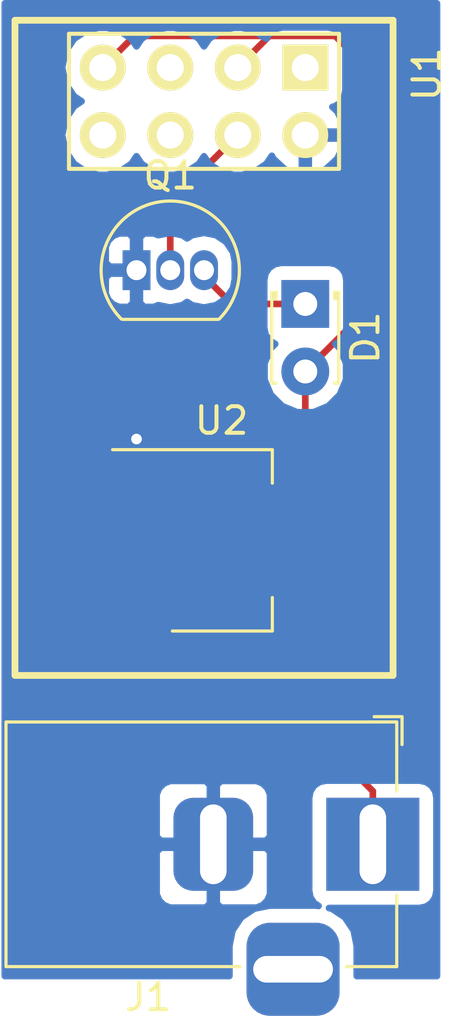
<source format=kicad_pcb>
(kicad_pcb (version 20171130) (host pcbnew 5.0.2+dfsg1-1)

  (general
    (thickness 1.6)
    (drawings 0)
    (tracks 21)
    (zones 0)
    (modules 5)
    (nets 10)
  )

  (page A4)
  (layers
    (0 F.Cu signal)
    (31 B.Cu signal)
    (33 F.Adhes user)
    (35 F.Paste user)
    (37 F.SilkS user)
    (39 F.Mask user)
    (40 Dwgs.User user)
    (41 Cmts.User user)
    (42 Eco1.User user)
    (43 Eco2.User user)
    (44 Edge.Cuts user)
    (45 Margin user)
    (46 B.CrtYd user)
    (47 F.CrtYd user)
    (49 F.Fab user)
  )

  (setup
    (last_trace_width 0.25)
    (trace_clearance 0.2)
    (zone_clearance 0.508)
    (zone_45_only no)
    (trace_min 0.2)
    (segment_width 0.2)
    (edge_width 0.15)
    (via_size 0.8)
    (via_drill 0.4)
    (via_min_size 0.4)
    (via_min_drill 0.3)
    (uvia_size 0.3)
    (uvia_drill 0.1)
    (uvias_allowed no)
    (uvia_min_size 0.2)
    (uvia_min_drill 0.1)
    (pcb_text_width 0.3)
    (pcb_text_size 1.5 1.5)
    (mod_edge_width 0.15)
    (mod_text_size 1 1)
    (mod_text_width 0.15)
    (pad_size 1.524 1.524)
    (pad_drill 0.762)
    (pad_to_mask_clearance 0.051)
    (solder_mask_min_width 0.25)
    (aux_axis_origin 0 0)
    (visible_elements FFFFFF7F)
    (pcbplotparams
      (layerselection 0x010fc_ffffffff)
      (usegerberextensions false)
      (usegerberattributes false)
      (usegerberadvancedattributes false)
      (creategerberjobfile false)
      (excludeedgelayer true)
      (linewidth 0.100000)
      (plotframeref false)
      (viasonmask false)
      (mode 1)
      (useauxorigin false)
      (hpglpennumber 1)
      (hpglpenspeed 20)
      (hpglpendiameter 15.000000)
      (psnegative false)
      (psa4output false)
      (plotreference true)
      (plotvalue true)
      (plotinvisibletext false)
      (padsonsilk false)
      (subtractmaskfromsilk false)
      (outputformat 1)
      (mirror false)
      (drillshape 1)
      (scaleselection 1)
      (outputdirectory ""))
  )

  (net 0 "")
  (net 1 "Net-(Q1-Pad2)")
  (net 2 "Net-(D1-Pad1)")
  (net 3 GND)
  (net 4 +3V3)
  (net 5 +5V)
  (net 6 "Net-(U1-Pad1)")
  (net 7 "Net-(U1-Pad5)")
  (net 8 "Net-(U1-Pad6)")
  (net 9 "Net-(U1-Pad8)")

  (net_class Default "This is the default net class."
    (clearance 0.2)
    (trace_width 0.25)
    (via_dia 0.8)
    (via_drill 0.4)
    (uvia_dia 0.3)
    (uvia_drill 0.1)
    (add_net +3V3)
    (add_net +5V)
    (add_net GND)
    (add_net "Net-(D1-Pad1)")
    (add_net "Net-(Q1-Pad2)")
    (add_net "Net-(U1-Pad1)")
    (add_net "Net-(U1-Pad5)")
    (add_net "Net-(U1-Pad6)")
    (add_net "Net-(U1-Pad8)")
  )

  (module Package_TO_SOT_THT:TO-92_Inline (layer F.Cu) (tedit 5A1DD157) (tstamp 5E2F49AB)
    (at 17.78 22.86)
    (descr "TO-92 leads in-line, narrow, oval pads, drill 0.75mm (see NXP sot054_po.pdf)")
    (tags "to-92 sc-43 sc-43a sot54 PA33 transistor")
    (path /5E17A6D7)
    (fp_text reference Q1 (at 1.27 -3.56) (layer F.SilkS)
      (effects (font (size 1 1) (thickness 0.15)))
    )
    (fp_text value 2N7000 (at 1.27 2.79) (layer F.Fab)
      (effects (font (size 1 1) (thickness 0.15)))
    )
    (fp_text user %R (at 1.27 -3.56) (layer F.Fab)
      (effects (font (size 1 1) (thickness 0.15)))
    )
    (fp_line (start -0.53 1.85) (end 3.07 1.85) (layer F.SilkS) (width 0.12))
    (fp_line (start -0.5 1.75) (end 3 1.75) (layer F.Fab) (width 0.1))
    (fp_line (start -1.46 -2.73) (end 4 -2.73) (layer F.CrtYd) (width 0.05))
    (fp_line (start -1.46 -2.73) (end -1.46 2.01) (layer F.CrtYd) (width 0.05))
    (fp_line (start 4 2.01) (end 4 -2.73) (layer F.CrtYd) (width 0.05))
    (fp_line (start 4 2.01) (end -1.46 2.01) (layer F.CrtYd) (width 0.05))
    (fp_arc (start 1.27 0) (end 1.27 -2.48) (angle 135) (layer F.Fab) (width 0.1))
    (fp_arc (start 1.27 0) (end 1.27 -2.6) (angle -135) (layer F.SilkS) (width 0.12))
    (fp_arc (start 1.27 0) (end 1.27 -2.48) (angle -135) (layer F.Fab) (width 0.1))
    (fp_arc (start 1.27 0) (end 1.27 -2.6) (angle 135) (layer F.SilkS) (width 0.12))
    (pad 2 thru_hole oval (at 1.27 0) (size 1.05 1.5) (drill 0.75) (layers *.Cu *.Mask)
      (net 1 "Net-(Q1-Pad2)"))
    (pad 3 thru_hole oval (at 2.54 0) (size 1.05 1.5) (drill 0.75) (layers *.Cu *.Mask)
      (net 2 "Net-(D1-Pad1)"))
    (pad 1 thru_hole rect (at 0 0) (size 1.05 1.5) (drill 0.75) (layers *.Cu *.Mask)
      (net 3 GND))
    (model ${KISYS3DMOD}/Package_TO_SOT_THT.3dshapes/TO-92_Inline.wrl
      (at (xyz 0 0 0))
      (scale (xyz 1 1 1))
      (rotate (xyz 0 0 0))
    )
  )

  (module Package_TO_SOT_SMD:SOT-223-3_TabPin2 (layer F.Cu) (tedit 5A02FF57) (tstamp 5E2F49C1)
    (at 20.98 33.02)
    (descr "module CMS SOT223 4 pins")
    (tags "CMS SOT")
    (path /5E17A455)
    (attr smd)
    (fp_text reference U2 (at 0 -4.5 180) (layer F.SilkS)
      (effects (font (size 1 1) (thickness 0.15)))
    )
    (fp_text value AMS1117 (at 0 4.5) (layer F.Fab)
      (effects (font (size 1 1) (thickness 0.15)))
    )
    (fp_text user %R (at 0 0 90) (layer F.Fab)
      (effects (font (size 0.8 0.8) (thickness 0.12)))
    )
    (fp_line (start 1.91 3.41) (end 1.91 2.15) (layer F.SilkS) (width 0.12))
    (fp_line (start 1.91 -3.41) (end 1.91 -2.15) (layer F.SilkS) (width 0.12))
    (fp_line (start 4.4 -3.6) (end -4.4 -3.6) (layer F.CrtYd) (width 0.05))
    (fp_line (start 4.4 3.6) (end 4.4 -3.6) (layer F.CrtYd) (width 0.05))
    (fp_line (start -4.4 3.6) (end 4.4 3.6) (layer F.CrtYd) (width 0.05))
    (fp_line (start -4.4 -3.6) (end -4.4 3.6) (layer F.CrtYd) (width 0.05))
    (fp_line (start -1.85 -2.35) (end -0.85 -3.35) (layer F.Fab) (width 0.1))
    (fp_line (start -1.85 -2.35) (end -1.85 3.35) (layer F.Fab) (width 0.1))
    (fp_line (start -1.85 3.41) (end 1.91 3.41) (layer F.SilkS) (width 0.12))
    (fp_line (start -0.85 -3.35) (end 1.85 -3.35) (layer F.Fab) (width 0.1))
    (fp_line (start -4.1 -3.41) (end 1.91 -3.41) (layer F.SilkS) (width 0.12))
    (fp_line (start -1.85 3.35) (end 1.85 3.35) (layer F.Fab) (width 0.1))
    (fp_line (start 1.85 -3.35) (end 1.85 3.35) (layer F.Fab) (width 0.1))
    (pad 2 smd rect (at 3.15 0) (size 2 3.8) (layers F.Cu F.Paste F.Mask)
      (net 4 +3V3))
    (pad 2 smd rect (at -3.15 0) (size 2 1.5) (layers F.Cu F.Paste F.Mask)
      (net 4 +3V3))
    (pad 3 smd rect (at -3.15 2.3) (size 2 1.5) (layers F.Cu F.Paste F.Mask)
      (net 5 +5V))
    (pad 1 smd rect (at -3.15 -2.3) (size 2 1.5) (layers F.Cu F.Paste F.Mask)
      (net 3 GND))
    (model ${KISYS3DMOD}/Package_TO_SOT_SMD.3dshapes/SOT-223.wrl
      (at (xyz 0 0 0))
      (scale (xyz 1 1 1))
      (rotate (xyz 0 0 0))
    )
  )

  (module LED_THT:LED_D1.8mm_W3.3mm_H2.4mm (layer F.Cu) (tedit 5880A862) (tstamp 5E46C816)
    (at 24.13 24.13 270)
    (descr "LED, Round,  Rectangular size 3.3x2.4mm^2 diameter 1.8mm, 2 pins")
    (tags "LED Round  Rectangular size 3.3x2.4mm^2 diameter 1.8mm 2 pins")
    (path /5E17A89D)
    (fp_text reference D1 (at 1.27 -2.26 270) (layer F.SilkS)
      (effects (font (size 1 1) (thickness 0.15)))
    )
    (fp_text value LED (at 1.27 2.26 270) (layer F.Fab)
      (effects (font (size 1 1) (thickness 0.15)))
    )
    (fp_circle (center 1.27 0) (end 2.17 0) (layer F.Fab) (width 0.1))
    (fp_line (start -0.38 -1.2) (end -0.38 1.2) (layer F.Fab) (width 0.1))
    (fp_line (start -0.38 1.2) (end 2.92 1.2) (layer F.Fab) (width 0.1))
    (fp_line (start 2.92 1.2) (end 2.92 -1.2) (layer F.Fab) (width 0.1))
    (fp_line (start 2.92 -1.2) (end -0.38 -1.2) (layer F.Fab) (width 0.1))
    (fp_line (start -0.44 -1.26) (end 2.98 -1.26) (layer F.SilkS) (width 0.12))
    (fp_line (start -0.44 1.26) (end 2.98 1.26) (layer F.SilkS) (width 0.12))
    (fp_line (start -0.44 -1.26) (end -0.44 -1.08) (layer F.SilkS) (width 0.12))
    (fp_line (start -0.44 1.08) (end -0.44 1.26) (layer F.SilkS) (width 0.12))
    (fp_line (start 2.98 -1.26) (end 2.98 -1.095) (layer F.SilkS) (width 0.12))
    (fp_line (start 2.98 1.095) (end 2.98 1.26) (layer F.SilkS) (width 0.12))
    (fp_line (start -0.32 -1.26) (end -0.32 -1.08) (layer F.SilkS) (width 0.12))
    (fp_line (start -0.32 1.08) (end -0.32 1.26) (layer F.SilkS) (width 0.12))
    (fp_line (start -0.2 -1.26) (end -0.2 -1.08) (layer F.SilkS) (width 0.12))
    (fp_line (start -0.2 1.08) (end -0.2 1.26) (layer F.SilkS) (width 0.12))
    (fp_line (start -1.15 -1.55) (end -1.15 1.55) (layer F.CrtYd) (width 0.05))
    (fp_line (start -1.15 1.55) (end 3.7 1.55) (layer F.CrtYd) (width 0.05))
    (fp_line (start 3.7 1.55) (end 3.7 -1.55) (layer F.CrtYd) (width 0.05))
    (fp_line (start 3.7 -1.55) (end -1.15 -1.55) (layer F.CrtYd) (width 0.05))
    (pad 1 thru_hole rect (at 0 0 270) (size 1.8 1.8) (drill 0.9) (layers *.Cu *.Mask)
      (net 2 "Net-(D1-Pad1)"))
    (pad 2 thru_hole circle (at 2.54 0 270) (size 1.8 1.8) (drill 0.9) (layers *.Cu *.Mask)
      (net 4 +3V3))
    (model ${KISYS3DMOD}/LED_THT.3dshapes/LED_D1.8mm_W3.3mm_H2.4mm.wrl
      (at (xyz 0 0 0))
      (scale (xyz 1 1 1))
      (rotate (xyz 0 0 0))
    )
  )

  (module Connector_BarrelJack:BarrelJack_Horizontal (layer F.Cu) (tedit 5A1DBF6A) (tstamp 5E46C839)
    (at 26.67 44.45)
    (descr "DC Barrel Jack")
    (tags "Power Jack")
    (path /5E17B2EB)
    (fp_text reference J1 (at -8.45 5.75) (layer F.SilkS)
      (effects (font (size 1 1) (thickness 0.15)))
    )
    (fp_text value Jack-DC (at -6.2 -5.5) (layer F.Fab)
      (effects (font (size 1 1) (thickness 0.15)))
    )
    (fp_text user %R (at -3 -2.95) (layer F.Fab)
      (effects (font (size 1 1) (thickness 0.15)))
    )
    (fp_line (start -0.003213 -4.505425) (end 0.8 -3.75) (layer F.Fab) (width 0.1))
    (fp_line (start 1.1 -3.75) (end 1.1 -4.8) (layer F.SilkS) (width 0.12))
    (fp_line (start 0.05 -4.8) (end 1.1 -4.8) (layer F.SilkS) (width 0.12))
    (fp_line (start 1 -4.5) (end 1 -4.75) (layer F.CrtYd) (width 0.05))
    (fp_line (start 1 -4.75) (end -14 -4.75) (layer F.CrtYd) (width 0.05))
    (fp_line (start 1 -4.5) (end 1 -2) (layer F.CrtYd) (width 0.05))
    (fp_line (start 1 -2) (end 2 -2) (layer F.CrtYd) (width 0.05))
    (fp_line (start 2 -2) (end 2 2) (layer F.CrtYd) (width 0.05))
    (fp_line (start 2 2) (end 1 2) (layer F.CrtYd) (width 0.05))
    (fp_line (start 1 2) (end 1 4.75) (layer F.CrtYd) (width 0.05))
    (fp_line (start 1 4.75) (end -1 4.75) (layer F.CrtYd) (width 0.05))
    (fp_line (start -1 4.75) (end -1 6.75) (layer F.CrtYd) (width 0.05))
    (fp_line (start -1 6.75) (end -5 6.75) (layer F.CrtYd) (width 0.05))
    (fp_line (start -5 6.75) (end -5 4.75) (layer F.CrtYd) (width 0.05))
    (fp_line (start -5 4.75) (end -14 4.75) (layer F.CrtYd) (width 0.05))
    (fp_line (start -14 4.75) (end -14 -4.75) (layer F.CrtYd) (width 0.05))
    (fp_line (start -5 4.6) (end -13.8 4.6) (layer F.SilkS) (width 0.12))
    (fp_line (start -13.8 4.6) (end -13.8 -4.6) (layer F.SilkS) (width 0.12))
    (fp_line (start 0.9 1.9) (end 0.9 4.6) (layer F.SilkS) (width 0.12))
    (fp_line (start 0.9 4.6) (end -1 4.6) (layer F.SilkS) (width 0.12))
    (fp_line (start -13.8 -4.6) (end 0.9 -4.6) (layer F.SilkS) (width 0.12))
    (fp_line (start 0.9 -4.6) (end 0.9 -2) (layer F.SilkS) (width 0.12))
    (fp_line (start -10.2 -4.5) (end -10.2 4.5) (layer F.Fab) (width 0.1))
    (fp_line (start -13.7 -4.5) (end -13.7 4.5) (layer F.Fab) (width 0.1))
    (fp_line (start -13.7 4.5) (end 0.8 4.5) (layer F.Fab) (width 0.1))
    (fp_line (start 0.8 4.5) (end 0.8 -3.75) (layer F.Fab) (width 0.1))
    (fp_line (start 0 -4.5) (end -13.7 -4.5) (layer F.Fab) (width 0.1))
    (pad 1 thru_hole rect (at 0 0) (size 3.5 3.5) (drill oval 1 3) (layers *.Cu *.Mask)
      (net 5 +5V))
    (pad 2 thru_hole roundrect (at -6 0) (size 3 3.5) (drill oval 1 3) (layers *.Cu *.Mask) (roundrect_rratio 0.25)
      (net 3 GND))
    (pad 3 thru_hole roundrect (at -3 4.7) (size 3.5 3.5) (drill oval 3 1) (layers *.Cu *.Mask) (roundrect_rratio 0.25))
    (model ${KISYS3DMOD}/Connector_BarrelJack.3dshapes/BarrelJack_Horizontal.wrl
      (at (xyz 0 0 0))
      (scale (xyz 1 1 1))
      (rotate (xyz 0 0 0))
    )
  )

  (module ESP8266:ESP-01 (layer F.Cu) (tedit 577EF889) (tstamp 5E6AF3E7)
    (at 24.13 15.24 270)
    (descr "Module, ESP-8266, ESP-01, 8 pin")
    (tags "Module ESP-8266 ESP8266")
    (path /5E1128E7)
    (fp_text reference U1 (at 0.254 -4.572 270) (layer F.SilkS)
      (effects (font (size 1 1) (thickness 0.15)))
    )
    (fp_text value ESP-01v090 (at 10.16 3.556 270) (layer F.Fab)
      (effects (font (size 1 1) (thickness 0.15)))
    )
    (fp_line (start -1.778 -3.302) (end 22.86 -3.302) (layer F.SilkS) (width 0.254))
    (fp_line (start 22.86 -3.302) (end 22.86 10.922) (layer F.SilkS) (width 0.254))
    (fp_line (start 22.86 10.922) (end -1.778 10.922) (layer F.SilkS) (width 0.254))
    (fp_line (start -1.778 10.922) (end -1.778 -3.302) (layer F.SilkS) (width 0.254))
    (fp_line (start -1.778 -3.302) (end 22.86 -3.302) (layer F.Fab) (width 0.05))
    (fp_line (start 22.86 -3.302) (end 22.86 10.922) (layer F.Fab) (width 0.05))
    (fp_line (start 22.86 10.922) (end -1.778 10.922) (layer F.Fab) (width 0.05))
    (fp_line (start -1.778 10.922) (end -1.778 -3.302) (layer F.Fab) (width 0.05))
    (fp_line (start 1.27 -1.27) (end -1.27 -1.27) (layer F.SilkS) (width 0.1524))
    (fp_line (start -1.27 -1.27) (end -1.27 1.27) (layer F.SilkS) (width 0.1524))
    (fp_line (start -1.75 -1.75) (end -1.75 9.4) (layer F.CrtYd) (width 0.05))
    (fp_line (start 4.3 -1.75) (end 4.3 9.4) (layer F.CrtYd) (width 0.05))
    (fp_line (start -1.75 -1.75) (end 4.3 -1.75) (layer F.CrtYd) (width 0.05))
    (fp_line (start -1.75 9.4) (end 4.3 9.4) (layer F.CrtYd) (width 0.05))
    (fp_line (start -1.27 1.27) (end -1.27 8.89) (layer F.SilkS) (width 0.1524))
    (fp_line (start -1.27 8.89) (end 3.81 8.89) (layer F.SilkS) (width 0.1524))
    (fp_line (start 3.81 8.89) (end 3.81 -1.27) (layer F.SilkS) (width 0.1524))
    (fp_line (start 3.81 -1.27) (end 1.27 -1.27) (layer F.SilkS) (width 0.1524))
    (pad 1 thru_hole rect (at 0 0 270) (size 1.7272 1.7272) (drill 1.016) (layers *.Cu *.Mask F.SilkS)
      (net 6 "Net-(U1-Pad1)"))
    (pad 2 thru_hole oval (at 2.54 0 270) (size 1.7272 1.7272) (drill 1.016) (layers *.Cu *.Mask F.SilkS)
      (net 3 GND))
    (pad 3 thru_hole oval (at 0 2.54 270) (size 1.7272 1.7272) (drill 1.016) (layers *.Cu *.Mask F.SilkS)
      (net 4 +3V3))
    (pad 4 thru_hole oval (at 2.54 2.54 270) (size 1.7272 1.7272) (drill 1.016) (layers *.Cu *.Mask F.SilkS)
      (net 1 "Net-(Q1-Pad2)"))
    (pad 5 thru_hole oval (at 0 5.08 270) (size 1.7272 1.7272) (drill 1.016) (layers *.Cu *.Mask F.SilkS)
      (net 7 "Net-(U1-Pad5)"))
    (pad 6 thru_hole oval (at 2.54 5.08 270) (size 1.7272 1.7272) (drill 1.016) (layers *.Cu *.Mask F.SilkS)
      (net 8 "Net-(U1-Pad6)"))
    (pad 7 thru_hole oval (at 0 7.62 270) (size 1.7272 1.7272) (drill 1.016) (layers *.Cu *.Mask F.SilkS)
      (net 4 +3V3))
    (pad 8 thru_hole oval (at 2.54 7.62 270) (size 1.7272 1.7272) (drill 1.016) (layers *.Cu *.Mask F.SilkS)
      (net 9 "Net-(U1-Pad8)"))
  )

  (segment (start 19.05 20.32) (end 21.59 17.78) (width 0.25) (layer F.Cu) (net 1))
  (segment (start 19.05 22.86) (end 19.05 20.32) (width 0.25) (layer F.Cu) (net 1))
  (via (at 17.78 29.21) (size 0.8) (drill 0.4) (layers F.Cu B.Cu) (net 3))
  (segment (start 21.365 24.13) (end 20.32 23.085) (width 0.25) (layer F.Cu) (net 2))
  (segment (start 24.13 24.13) (end 21.365 24.13) (width 0.25) (layer F.Cu) (net 2))
  (segment (start 17.78 30.67) (end 17.83 30.72) (width 0.25) (layer F.Cu) (net 3))
  (segment (start 17.78 29.21) (end 17.78 30.67) (width 0.25) (layer F.Cu) (net 3))
  (segment (start 17.83 33.02) (end 24.13 33.02) (width 0.25) (layer F.Cu) (net 4))
  (segment (start 24.13 33.02) (end 24.13 26.67) (width 0.25) (layer F.Cu) (net 4))
  (segment (start 22.453599 14.376401) (end 21.59 15.24) (width 0.25) (layer F.Cu) (net 4))
  (segment (start 22.778601 14.051399) (end 22.453599 14.376401) (width 0.25) (layer F.Cu) (net 4))
  (segment (start 26.67 15.467798) (end 25.253601 14.051399) (width 0.25) (layer F.Cu) (net 4))
  (segment (start 26.67 24.13) (end 26.67 15.467798) (width 0.25) (layer F.Cu) (net 4))
  (segment (start 25.253601 14.051399) (end 22.778601 14.051399) (width 0.25) (layer F.Cu) (net 4))
  (segment (start 24.13 26.67) (end 26.67 24.13) (width 0.25) (layer F.Cu) (net 4))
  (segment (start 17.698601 14.051399) (end 16.51 15.24) (width 0.25) (layer F.Cu) (net 4))
  (segment (start 22.778601 14.051399) (end 17.698601 14.051399) (width 0.25) (layer F.Cu) (net 4))
  (segment (start 19.08 35.32) (end 17.83 35.32) (width 0.25) (layer F.Cu) (net 5))
  (segment (start 26.67 42.45) (end 19.54 35.32) (width 0.25) (layer F.Cu) (net 5))
  (segment (start 19.54 35.32) (end 19.08 35.32) (width 0.25) (layer F.Cu) (net 5))
  (segment (start 26.67 44.45) (end 26.67 42.45) (width 0.25) (layer F.Cu) (net 5))

  (zone (net 3) (net_name GND) (layer B.Cu) (tstamp 5E6B0FE7) (hatch edge 0.508)
    (connect_pads (clearance 0.508))
    (min_thickness 0.254)
    (fill yes (arc_segments 16) (thermal_gap 0.508) (thermal_bridge_width 0.508))
    (polygon
      (pts
        (xy 29.21 49.53) (xy 29.21 12.7) (xy 12.7 12.7) (xy 12.7 49.53)
      )
    )
    (filled_polygon
      (pts
        (xy 29.083 49.403) (xy 26.06744 49.403) (xy 26.06744 48.275) (xy 25.951551 47.692387) (xy 25.621528 47.198472)
        (xy 25.127613 46.868449) (xy 25.021994 46.84744) (xy 28.42 46.84744) (xy 28.667765 46.798157) (xy 28.877809 46.657809)
        (xy 29.018157 46.447765) (xy 29.06744 46.2) (xy 29.06744 42.7) (xy 29.018157 42.452235) (xy 28.877809 42.242191)
        (xy 28.667765 42.101843) (xy 28.42 42.05256) (xy 24.92 42.05256) (xy 24.672235 42.101843) (xy 24.462191 42.242191)
        (xy 24.321843 42.452235) (xy 24.27256 42.7) (xy 24.27256 46.2) (xy 24.321843 46.447765) (xy 24.462191 46.657809)
        (xy 24.629001 46.769269) (xy 24.545 46.75256) (xy 22.795 46.75256) (xy 22.212387 46.868449) (xy 21.718472 47.198472)
        (xy 21.388449 47.692387) (xy 21.27256 48.275) (xy 21.27256 49.403) (xy 12.827 49.403) (xy 12.827 44.73575)
        (xy 18.535 44.73575) (xy 18.535 46.32631) (xy 18.631673 46.559699) (xy 18.810302 46.738327) (xy 19.043691 46.835)
        (xy 20.38425 46.835) (xy 20.543 46.67625) (xy 20.543 44.577) (xy 20.797 44.577) (xy 20.797 46.67625)
        (xy 20.95575 46.835) (xy 22.296309 46.835) (xy 22.529698 46.738327) (xy 22.708327 46.559699) (xy 22.805 46.32631)
        (xy 22.805 44.73575) (xy 22.64625 44.577) (xy 20.797 44.577) (xy 20.543 44.577) (xy 18.69375 44.577)
        (xy 18.535 44.73575) (xy 12.827 44.73575) (xy 12.827 42.57369) (xy 18.535 42.57369) (xy 18.535 44.16425)
        (xy 18.69375 44.323) (xy 20.543 44.323) (xy 20.543 42.22375) (xy 20.797 42.22375) (xy 20.797 44.323)
        (xy 22.64625 44.323) (xy 22.805 44.16425) (xy 22.805 42.57369) (xy 22.708327 42.340301) (xy 22.529698 42.161673)
        (xy 22.296309 42.065) (xy 20.95575 42.065) (xy 20.797 42.22375) (xy 20.543 42.22375) (xy 20.38425 42.065)
        (xy 19.043691 42.065) (xy 18.810302 42.161673) (xy 18.631673 42.340301) (xy 18.535 42.57369) (xy 12.827 42.57369)
        (xy 12.827 23.14575) (xy 16.62 23.14575) (xy 16.62 23.73631) (xy 16.716673 23.969699) (xy 16.895302 24.148327)
        (xy 17.128691 24.245) (xy 17.49425 24.245) (xy 17.653 24.08625) (xy 17.653 22.987) (xy 16.77875 22.987)
        (xy 16.62 23.14575) (xy 12.827 23.14575) (xy 12.827 21.98369) (xy 16.62 21.98369) (xy 16.62 22.57425)
        (xy 16.77875 22.733) (xy 17.653 22.733) (xy 17.653 22.520755) (xy 17.89 22.520755) (xy 17.89 23.199246)
        (xy 17.907 23.28471) (xy 17.907 24.08625) (xy 18.06575 24.245) (xy 18.431309 24.245) (xy 18.596016 24.176776)
        (xy 18.597392 24.177695) (xy 19.05 24.267725) (xy 19.502609 24.177695) (xy 19.685001 24.055825) (xy 19.867392 24.177695)
        (xy 20.32 24.267725) (xy 20.772609 24.177695) (xy 21.156313 23.921313) (xy 21.412695 23.537608) (xy 21.473882 23.23)
        (xy 22.58256 23.23) (xy 22.58256 25.03) (xy 22.631843 25.277765) (xy 22.772191 25.487809) (xy 22.982235 25.628157)
        (xy 22.997908 25.631275) (xy 22.82869 25.800493) (xy 22.595 26.36467) (xy 22.595 26.97533) (xy 22.82869 27.539507)
        (xy 23.260493 27.97131) (xy 23.82467 28.205) (xy 24.43533 28.205) (xy 24.999507 27.97131) (xy 25.43131 27.539507)
        (xy 25.665 26.97533) (xy 25.665 26.36467) (xy 25.43131 25.800493) (xy 25.262092 25.631275) (xy 25.277765 25.628157)
        (xy 25.487809 25.487809) (xy 25.628157 25.277765) (xy 25.67744 25.03) (xy 25.67744 23.23) (xy 25.628157 22.982235)
        (xy 25.487809 22.772191) (xy 25.277765 22.631843) (xy 25.03 22.58256) (xy 23.23 22.58256) (xy 22.982235 22.631843)
        (xy 22.772191 22.772191) (xy 22.631843 22.982235) (xy 22.58256 23.23) (xy 21.473882 23.23) (xy 21.48 23.199245)
        (xy 21.48 22.520754) (xy 21.412695 22.182391) (xy 21.156313 21.798687) (xy 20.772608 21.542305) (xy 20.32 21.452275)
        (xy 19.867391 21.542305) (xy 19.685 21.664175) (xy 19.502608 21.542305) (xy 19.05 21.452275) (xy 18.597391 21.542305)
        (xy 18.596016 21.543224) (xy 18.431309 21.475) (xy 18.06575 21.475) (xy 17.907 21.63375) (xy 17.907 22.435291)
        (xy 17.89 22.520755) (xy 17.653 22.520755) (xy 17.653 21.63375) (xy 17.49425 21.475) (xy 17.128691 21.475)
        (xy 16.895302 21.571673) (xy 16.716673 21.750301) (xy 16.62 21.98369) (xy 12.827 21.98369) (xy 12.827 15.24)
        (xy 14.982041 15.24) (xy 15.09835 15.824725) (xy 15.42957 16.32043) (xy 15.713281 16.51) (xy 15.42957 16.69957)
        (xy 15.09835 17.195275) (xy 14.982041 17.78) (xy 15.09835 18.364725) (xy 15.42957 18.86043) (xy 15.925275 19.19165)
        (xy 16.362402 19.2786) (xy 16.657598 19.2786) (xy 17.094725 19.19165) (xy 17.59043 18.86043) (xy 17.78 18.576719)
        (xy 17.96957 18.86043) (xy 18.465275 19.19165) (xy 18.902402 19.2786) (xy 19.197598 19.2786) (xy 19.634725 19.19165)
        (xy 20.13043 18.86043) (xy 20.32 18.576719) (xy 20.50957 18.86043) (xy 21.005275 19.19165) (xy 21.442402 19.2786)
        (xy 21.737598 19.2786) (xy 22.174725 19.19165) (xy 22.67043 18.86043) (xy 22.871854 18.558979) (xy 22.923179 18.66849)
        (xy 23.355053 19.062688) (xy 23.770974 19.234958) (xy 24.003 19.113817) (xy 24.003 17.907) (xy 24.257 17.907)
        (xy 24.257 19.113817) (xy 24.489026 19.234958) (xy 24.904947 19.062688) (xy 25.336821 18.66849) (xy 25.584968 18.139027)
        (xy 25.464469 17.907) (xy 24.257 17.907) (xy 24.003 17.907) (xy 23.983 17.907) (xy 23.983 17.653)
        (xy 24.003 17.653) (xy 24.003 17.633) (xy 24.257 17.633) (xy 24.257 17.653) (xy 25.464469 17.653)
        (xy 25.584968 17.420973) (xy 25.336821 16.89151) (xy 25.14905 16.720119) (xy 25.241365 16.701757) (xy 25.451409 16.561409)
        (xy 25.591757 16.351365) (xy 25.64104 16.1036) (xy 25.64104 14.3764) (xy 25.591757 14.128635) (xy 25.451409 13.918591)
        (xy 25.241365 13.778243) (xy 24.9936 13.72896) (xy 23.2664 13.72896) (xy 23.018635 13.778243) (xy 22.808591 13.918591)
        (xy 22.668243 14.128635) (xy 22.663068 14.154651) (xy 22.174725 13.82835) (xy 21.737598 13.7414) (xy 21.442402 13.7414)
        (xy 21.005275 13.82835) (xy 20.50957 14.15957) (xy 20.32 14.443281) (xy 20.13043 14.15957) (xy 19.634725 13.82835)
        (xy 19.197598 13.7414) (xy 18.902402 13.7414) (xy 18.465275 13.82835) (xy 17.96957 14.15957) (xy 17.78 14.443281)
        (xy 17.59043 14.15957) (xy 17.094725 13.82835) (xy 16.657598 13.7414) (xy 16.362402 13.7414) (xy 15.925275 13.82835)
        (xy 15.42957 14.15957) (xy 15.09835 14.655275) (xy 14.982041 15.24) (xy 12.827 15.24) (xy 12.827 12.827)
        (xy 29.083 12.827)
      )
    )
  )
)

</source>
